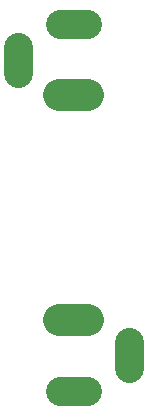
<source format=gbs>
G04 EAGLE Gerber RS-274X export*
G75*
%MOMM*%
%FSLAX34Y34*%
%LPD*%
%INSoldermask Bottom*%
%IPPOS*%
%AMOC8*
5,1,8,0,0,1.08239X$1,22.5*%
G01*
%ADD10C,2.703200*%
%ADD11C,2.453200*%


D10*
X197500Y315000D02*
X222500Y315000D01*
D11*
X221250Y255000D02*
X198750Y255000D01*
X257000Y273750D02*
X257000Y296250D01*
D10*
X222500Y505000D02*
X197500Y505000D01*
D11*
X198750Y565000D02*
X221250Y565000D01*
X163000Y546250D02*
X163000Y523750D01*
M02*

</source>
